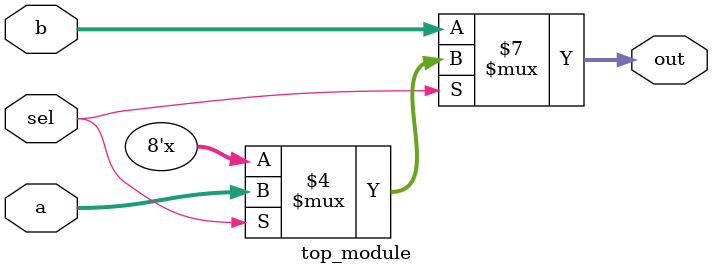
<source format=sv>
module top_module (
	input sel,
	input [7:0] a,
	input [7:0] b,
	output reg [7:0] out
);

	always @(sel)
	begin
		if (sel == 0)
			out <= b;
		else if (sel == 1)
			out <= a;
	end

endmodule

</source>
